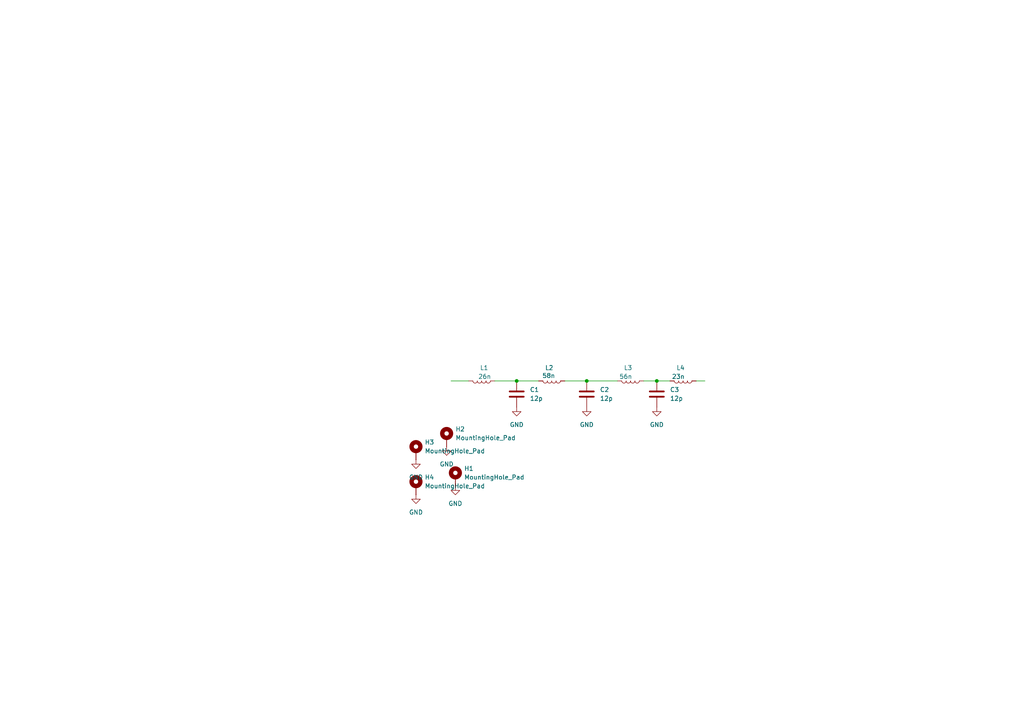
<source format=kicad_sch>
(kicad_sch (version 20231120) (generator "eeschema") (generator_version "8.0")
  (paper "A4")
  (lib_symbols
    (symbol "Device:C" (pin_numbers hide) (pin_names (offset 0.254))
      (property "Reference" "C" (at 0.635 2.54 0))
      (property "Value" "C" (at 0.635 -2.54 0))
      (symbol "C_0_1"
        (polyline (pts (xy -2.032 -0.762) (xy 2.032 -0.762)) (stroke (width 0.508)))
        (polyline (pts (xy -2.032 0.762) (xy 2.032 0.762)) (stroke (width 0.508)))
      )
      (symbol "C_1_1"
        (pin passive line (at 0 3.81 270) (length 2.794) (name "~") (number "1"))
        (pin passive line (at 0 -3.81 90) (length 2.794) (name "~") (number "2"))
      )
    )
    (symbol "Device:L" (pin_numbers hide) (pin_names (offset 1.016) hide)
      (property "Reference" "L" (at -1.27 0 90))
      (property "Value" "L" (at 1.905 0 90))
      (symbol "L_0_1"
        (arc (start 0 -2.54) (mid 0.6323 -1.905) (end 0 -1.27))
        (arc (start 0 -1.27) (mid 0.6323 -0.635) (end 0 0))
        (arc (start 0 0) (mid 0.6323 0.635) (end 0 1.27))
        (arc (start 0 1.27) (mid 0.6323 1.905) (end 0 2.54))
      )
      (symbol "L_1_1"
        (pin passive line (at 0 3.81 270) (length 1.27) (name "1") (number "1"))
        (pin passive line (at 0 -3.81 90) (length 1.27) (name "2") (number "2"))
      )
    )
    (symbol "Mechanical:MountingHole_Pad" (pin_numbers hide) (pin_names (offset 1.016) hide) (exclude_from_sim yes) (in_bom no)
      (property "Reference" "H" (at 0 6.35 0))
      (property "Value" "MountingHole_Pad" (at 0 4.445 0))
      (symbol "MountingHole_Pad_0_1"
        (circle (center 0 1.27) (radius 1.27) (stroke (width 1.27)))
      )
      (symbol "MountingHole_Pad_1_1"
        (pin input line (at 0 -2.54 90) (length 2.54) (name "1") (number "1"))
      )
    )
    (symbol "power:GND" (power) (pin_numbers hide) (pin_names (offset 0) hide)
      (property "Value" "GND" (at 0 -3.81 0))
      (symbol "GND_0_1"
        (polyline (pts (xy 0 0) (xy 0 -1.27) (xy 1.27 -1.27) (xy 0 -2.54) (xy -1.27 -1.27) (xy 0 -1.27)))
      )
      (symbol "GND_1_1"
        (pin power_in line (at 0 0 270) (length 0) (name "~") (number "1"))
      )
    )
  )
  (junction (at 149.86 110.49))
  (junction (at 170.18 110.49))
  (junction (at 190.5 110.49))
  (wire (pts (xy 170.18 110.49) (xy 179.07 110.49)))
  (wire (pts (xy 163.83 110.49) (xy 170.18 110.49)))
  (wire (pts (xy 143.51 110.49) (xy 149.86 110.49)))
  (wire (pts (xy 201.93 110.49) (xy 204.47 110.49)))
  (wire (pts (xy 130.81 110.49) (xy 135.89 110.49)))
  (wire (pts (xy 149.86 110.49) (xy 156.21 110.49)))
  (wire (pts (xy 194.31 110.49) (xy 190.5 110.49)))
  (wire (pts (xy 190.5 110.49) (xy 186.69 110.49)))
  (symbol (lib_id "Mechanical:MountingHole_Pad") (at 132.08 138.43 0) (unit 1) (exclude_from_sim yes) (in_bom no)
    (property "Reference" "H1" (at 134.62 135.8899 0) (effects (justify left)))
    (property "Value" "MountingHole_Pad" (at 134.62 138.4299 0) (effects (justify left)))
    (property "Footprint" "MountingHole:MountingHole_3.2mm_M3_Pad_Via" (effects (hide yes)))
    (property "Description" "Mounting Hole with connection" (effects (hide yes)))
  )
  (symbol (lib_id "Mechanical:MountingHole_Pad") (at 120.65 130.81 0) (unit 1) (exclude_from_sim yes) (in_bom no)
    (property "Reference" "H3" (at 123.19 128.2699 0) (effects (justify left)))
    (property "Value" "MountingHole_Pad" (at 123.19 130.8099 0) (effects (justify left)))
    (property "Footprint" "MountingHole:MountingHole_3.2mm_M3_Pad_Via" (effects (hide yes)))
    (property "Description" "Mounting Hole with connection" (effects (hide yes)))
  )
  (symbol (lib_id "Device:L") (at 182.88 110.49 90) (mirror x) (unit 1)
    (property "Reference" "L3" (at 183.388 106.68 90) (effects (justify left)))
    (property "Value" "56n" (at 183.388 109.22 90) (effects (justify left)))
    (property "Footprint" "Footprints:Wound_Inductor_S" (effects (hide yes)))
    (property "Description" "Inductor" (effects (hide yes)))
  )
  (symbol (lib_id "power:GND") (at 132.08 140.97 0) (unit 1)
    (property "Reference" "#PWR07" (effects (hide yes)))
    (property "Value" "GND" (at 132.08 146.05 0))
    (property "Description" "Power symbol creates a global label with name \"GND\" , ground" (effects (hide yes)))
  )
  (symbol (lib_id "power:GND") (at 149.86 118.11 0) (unit 1)
    (property "Reference" "#PWR03" (effects (hide yes)))
    (property "Value" "GND" (at 149.86 123.19 0))
    (property "Description" "Power symbol creates a global label with name \"GND\" , ground" (effects (hide yes)))
  )
  (symbol (lib_id "Device:C") (at 190.5 114.3 0) (unit 1)
    (property "Reference" "C3" (at 194.31 113.0299 0) (effects (justify left)))
    (property "Value" "12p" (at 194.31 115.5699 0) (effects (justify left)))
    (property "Footprint" "Footprints:RFCap_S" (effects (hide yes)))
    (property "Description" "Unpolarized capacitor" (effects (hide yes)))
  )
  (symbol (lib_id "Mechanical:MountingHole_Pad") (at 120.65 140.97 0) (unit 1) (exclude_from_sim yes) (in_bom no)
    (property "Reference" "H4" (at 123.19 138.4299 0) (effects (justify left)))
    (property "Value" "MountingHole_Pad" (at 123.19 140.9699 0) (effects (justify left)))
    (property "Footprint" "MountingHole:MountingHole_3.2mm_M3_Pad_Via" (effects (hide yes)))
    (property "Description" "Mounting Hole with connection" (effects (hide yes)))
  )
  (symbol (lib_id "power:GND") (at 190.5 118.11 0) (unit 1)
    (property "Reference" "#PWR04" (effects (hide yes)))
    (property "Value" "GND" (at 190.5 123.19 0))
    (property "Description" "Power symbol creates a global label with name \"GND\" , ground" (effects (hide yes)))
  )
  (symbol (lib_id "Mechanical:MountingHole_Pad") (at 129.54 127 0) (unit 1) (exclude_from_sim yes) (in_bom no)
    (property "Reference" "H2" (at 132.08 124.4599 0) (effects (justify left)))
    (property "Value" "MountingHole_Pad" (at 132.08 126.9999 0) (effects (justify left)))
    (property "Footprint" "MountingHole:MountingHole_3.2mm_M3_Pad_Via" (effects (hide yes)))
    (property "Description" "Mounting Hole with connection" (effects (hide yes)))
  )
  (symbol (lib_id "Device:L") (at 160.02 110.49 90) (mirror x) (unit 1)
    (property "Reference" "L2" (at 160.528 106.68 90) (effects (justify left)))
    (property "Value" "58n" (at 161.036 108.966 90) (effects (justify left)))
    (property "Footprint" "Footprints:Wound_Inductor_S" (effects (hide yes)))
    (property "Description" "Inductor" (effects (hide yes)))
  )
  (symbol (lib_id "power:GND") (at 129.54 129.54 0) (unit 1)
    (property "Reference" "#PWR01" (effects (hide yes)))
    (property "Value" "GND" (at 129.54 134.62 0))
    (property "Description" "Power symbol creates a global label with name \"GND\" , ground" (effects (hide yes)))
  )
  (symbol (lib_id "Device:L") (at 198.12 110.49 90) (mirror x) (unit 1)
    (property "Reference" "L4" (at 198.628 106.68 90) (effects (justify left)))
    (property "Value" "23n" (at 198.628 109.22 90) (effects (justify left)))
    (property "Footprint" "Footprints:Wound_Inductor_S" (effects (hide yes)))
    (property "Description" "Inductor" (effects (hide yes)))
  )
  (symbol (lib_id "power:GND") (at 120.65 143.51 0) (unit 1)
    (property "Reference" "#PWR06" (effects (hide yes)))
    (property "Value" "GND" (at 120.65 148.59 0))
    (property "Description" "Power symbol creates a global label with name \"GND\" , ground" (effects (hide yes)))
  )
  (symbol (lib_id "power:GND") (at 120.65 133.35 0) (unit 1)
    (property "Reference" "#PWR02" (effects (hide yes)))
    (property "Value" "GND" (at 120.65 138.43 0))
    (property "Description" "Power symbol creates a global label with name \"GND\" , ground" (effects (hide yes)))
  )
  (symbol (lib_id "Device:C") (at 149.86 114.3 0) (unit 1)
    (property "Reference" "C1" (at 153.67 113.0299 0) (effects (justify left)))
    (property "Value" "12p" (at 153.67 115.5699 0) (effects (justify left)))
    (property "Footprint" "Footprints:RFCap_S" (effects (hide yes)))
    (property "Description" "Unpolarized capacitor" (effects (hide yes)))
  )
  (symbol (lib_id "Device:L") (at 139.7 110.49 270) (unit 1)
    (property "Reference" "L1" (at 139.192 106.68 90) (effects (justify left)))
    (property "Value" "26n" (at 138.684 109.22 90) (effects (justify left)))
    (property "Footprint" "Footprints:Wound_Inductor_S" (effects (hide yes)))
    (property "Description" "Inductor" (effects (hide yes)))
  )
  (symbol (lib_id "Device:C") (at 170.18 114.3 0) (unit 1)
    (property "Reference" "C2" (at 173.99 113.0299 0) (effects (justify left)))
    (property "Value" "12p" (at 173.99 115.5699 0) (effects (justify left)))
    (property "Footprint" "Footprints:RFCap_S" (effects (hide yes)))
    (property "Description" "Unpolarized capacitor" (effects (hide yes)))
  )
  (symbol (lib_id "power:GND") (at 170.18 118.11 0) (unit 1)
    (property "Reference" "#PWR05" (effects (hide yes)))
    (property "Value" "GND" (at 170.18 123.19 0))
    (property "Description" "Power symbol creates a global label with name \"GND\" , ground" (effects (hide yes)))
  )
)
</source>
